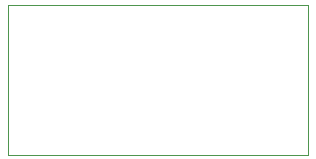
<source format=gbr>
G04 #@! TF.FileFunction,Profile,NP*
%FSLAX46Y46*%
G04 Gerber Fmt 4.6, Leading zero omitted, Abs format (unit mm)*
G04 Created by KiCad (PCBNEW 4.0.0-1rc2.201511201506+6189~38~ubuntu14.04.1-stable) date wo 25 nov 2015 23:52:55 CET*
%MOMM*%
G01*
G04 APERTURE LIST*
%ADD10C,0.100000*%
G04 APERTURE END LIST*
D10*
X233680000Y-124460000D02*
X233680000Y-137160000D01*
X259080000Y-124460000D02*
X259080000Y-137160000D01*
X259080000Y-124460000D02*
X233680000Y-124460000D01*
X233680000Y-137160000D02*
X259080000Y-137160000D01*
M02*

</source>
